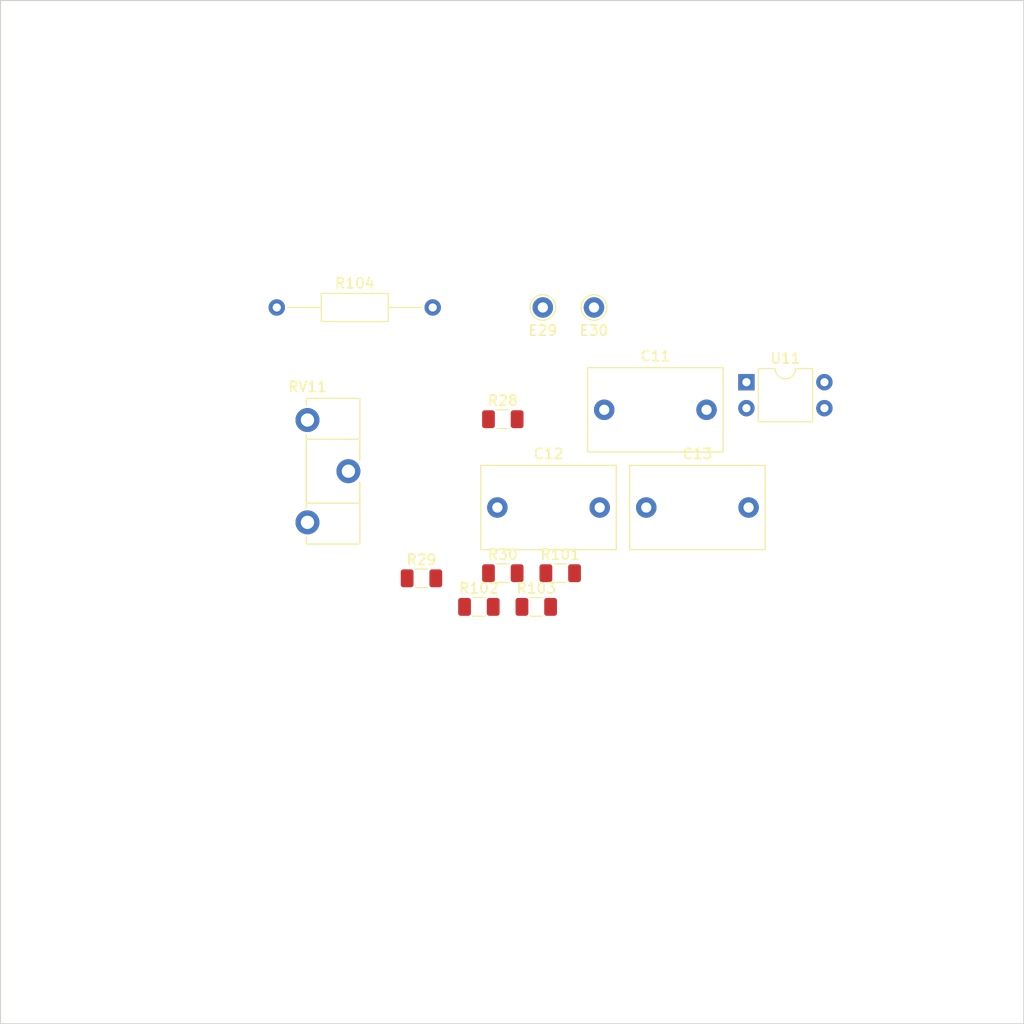
<source format=kicad_pcb>
(kicad_pcb (version 20171130) (host pcbnew "(5.1.5-0)")

  (general
    (thickness 1.6)
    (drawings 4)
    (tracks 0)
    (zones 0)
    (modules 14)
    (nets 14)
  )

  (page A4)
  (layers
    (0 F.Cu signal)
    (31 B.Cu signal)
    (32 B.Adhes user)
    (33 F.Adhes user)
    (34 B.Paste user)
    (35 F.Paste user)
    (36 B.SilkS user)
    (37 F.SilkS user)
    (38 B.Mask user)
    (39 F.Mask user)
    (40 Dwgs.User user)
    (41 Cmts.User user)
    (42 Eco1.User user)
    (43 Eco2.User user)
    (44 Edge.Cuts user)
    (45 Margin user)
    (46 B.CrtYd user)
    (47 F.CrtYd user)
    (48 B.Fab user)
    (49 F.Fab user hide)
  )

  (setup
    (last_trace_width 0.25)
    (trace_clearance 0.2)
    (zone_clearance 0.508)
    (zone_45_only no)
    (trace_min 0.2)
    (via_size 0.8)
    (via_drill 0.4)
    (via_min_size 0.4)
    (via_min_drill 0.3)
    (uvia_size 0.3)
    (uvia_drill 0.1)
    (uvias_allowed no)
    (uvia_min_size 0.2)
    (uvia_min_drill 0.1)
    (edge_width 0.1)
    (segment_width 0.2)
    (pcb_text_width 0.3)
    (pcb_text_size 1.5 1.5)
    (mod_edge_width 0.15)
    (mod_text_size 1 1)
    (mod_text_width 0.15)
    (pad_size 1.524 1.524)
    (pad_drill 0.762)
    (pad_to_mask_clearance 0)
    (aux_axis_origin 0 0)
    (visible_elements FFFFFF7F)
    (pcbplotparams
      (layerselection 0x010fc_ffffffff)
      (usegerberextensions false)
      (usegerberattributes false)
      (usegerberadvancedattributes false)
      (creategerberjobfile false)
      (excludeedgelayer true)
      (linewidth 0.100000)
      (plotframeref false)
      (viasonmask false)
      (mode 1)
      (useauxorigin false)
      (hpglpennumber 1)
      (hpglpenspeed 20)
      (hpglpendiameter 15.000000)
      (psnegative false)
      (psa4output false)
      (plotreference true)
      (plotvalue true)
      (plotinvisibletext false)
      (padsonsilk false)
      (subtractmaskfromsilk false)
      (outputformat 1)
      (mirror false)
      (drillshape 1)
      (scaleselection 1)
      (outputdirectory ""))
  )

  (net 0 "")
  (net 1 GND)
  (net 2 /Grid1)
  (net 3 /Grid3)
  (net 4 /ApertureGrid)
  (net 5 "Net-(E29-Pad1)")
  (net 6 DRIFTTUBE)
  (net 7 TRI-STATE)
  (net 8 "Net-(R28-Pad1)")
  (net 9 "Net-(R29-Pad1)")
  (net 10 "Net-(R101-Pad2)")
  (net 11 /Grid2)
  (net 12 "Net-(RV11-Pad2)")
  (net 13 "Net-(U11-Pad1)")

  (net_class Default "Ceci est la Netclass par défaut."
    (clearance 0.2)
    (trace_width 0.25)
    (via_dia 0.8)
    (via_drill 0.4)
    (uvia_dia 0.3)
    (uvia_drill 0.1)
    (add_net /ApertureGrid)
    (add_net /Grid1)
    (add_net /Grid2)
    (add_net /Grid3)
    (add_net DRIFTTUBE)
    (add_net GND)
    (add_net "Net-(E29-Pad1)")
    (add_net "Net-(R101-Pad2)")
    (add_net "Net-(R28-Pad1)")
    (add_net "Net-(R29-Pad1)")
    (add_net "Net-(RV11-Pad2)")
    (add_net "Net-(U11-Pad1)")
    (add_net TRI-STATE)
  )

  (module Package_DIP:DIP-4_W7.62mm (layer F.Cu) (tedit 5A02E8C5) (tstamp 5E66208A)
    (at 152.9 77.3)
    (descr "4-lead though-hole mounted DIP package, row spacing 7.62 mm (300 mils)")
    (tags "THT DIP DIL PDIP 2.54mm 7.62mm 300mil")
    (path /5E652B1B)
    (fp_text reference U11 (at 3.81 -2.33) (layer F.SilkS)
      (effects (font (size 1 1) (thickness 0.15)))
    )
    (fp_text value SFH617A-1 (at 3.81 4.87) (layer F.Fab)
      (effects (font (size 1 1) (thickness 0.15)))
    )
    (fp_text user %R (at 3.81 1.27) (layer F.Fab)
      (effects (font (size 1 1) (thickness 0.15)))
    )
    (fp_line (start 8.7 -1.55) (end -1.1 -1.55) (layer F.CrtYd) (width 0.05))
    (fp_line (start 8.7 4.1) (end 8.7 -1.55) (layer F.CrtYd) (width 0.05))
    (fp_line (start -1.1 4.1) (end 8.7 4.1) (layer F.CrtYd) (width 0.05))
    (fp_line (start -1.1 -1.55) (end -1.1 4.1) (layer F.CrtYd) (width 0.05))
    (fp_line (start 6.46 -1.33) (end 4.81 -1.33) (layer F.SilkS) (width 0.12))
    (fp_line (start 6.46 3.87) (end 6.46 -1.33) (layer F.SilkS) (width 0.12))
    (fp_line (start 1.16 3.87) (end 6.46 3.87) (layer F.SilkS) (width 0.12))
    (fp_line (start 1.16 -1.33) (end 1.16 3.87) (layer F.SilkS) (width 0.12))
    (fp_line (start 2.81 -1.33) (end 1.16 -1.33) (layer F.SilkS) (width 0.12))
    (fp_line (start 0.635 -0.27) (end 1.635 -1.27) (layer F.Fab) (width 0.1))
    (fp_line (start 0.635 3.81) (end 0.635 -0.27) (layer F.Fab) (width 0.1))
    (fp_line (start 6.985 3.81) (end 0.635 3.81) (layer F.Fab) (width 0.1))
    (fp_line (start 6.985 -1.27) (end 6.985 3.81) (layer F.Fab) (width 0.1))
    (fp_line (start 1.635 -1.27) (end 6.985 -1.27) (layer F.Fab) (width 0.1))
    (fp_arc (start 3.81 -1.33) (end 2.81 -1.33) (angle -180) (layer F.SilkS) (width 0.12))
    (pad 4 thru_hole oval (at 7.62 0) (size 1.6 1.6) (drill 0.8) (layers *.Cu *.Mask)
      (net 12 "Net-(RV11-Pad2)"))
    (pad 2 thru_hole oval (at 0 2.54) (size 1.6 1.6) (drill 0.8) (layers *.Cu *.Mask)
      (net 1 GND))
    (pad 3 thru_hole oval (at 7.62 2.54) (size 1.6 1.6) (drill 0.8) (layers *.Cu *.Mask)
      (net 11 /Grid2))
    (pad 1 thru_hole rect (at 0 0) (size 1.6 1.6) (drill 0.8) (layers *.Cu *.Mask)
      (net 13 "Net-(U11-Pad1)"))
    (model ${KISYS3DMOD}/Package_DIP.3dshapes/DIP-4_W7.62mm.wrl
      (at (xyz 0 0 0))
      (scale (xyz 1 1 1))
      (rotate (xyz 0 0 0))
    )
  )

  (module Potentiometer_THT:Potentiometer_ACP_CA14-H4_Horizontal (layer F.Cu) (tedit 5A3D4994) (tstamp 5E662072)
    (at 110 81)
    (descr "Potentiometer, horizontal, ACP CA14-H4, http://www.acptechnologies.com/wp-content/uploads/2017/10/03-ACP-CA14-CE14.pdf")
    (tags "Potentiometer horizontal ACP CA14-H4")
    (path /5E6EEFD6)
    (fp_text reference RV11 (at 0 -3.25) (layer F.SilkS)
      (effects (font (size 1 1) (thickness 0.15)))
    )
    (fp_text value 100M (at 0 13.25) (layer F.Fab)
      (effects (font (size 1 1) (thickness 0.15)))
    )
    (fp_text user %R (at 2.5 5) (layer F.Fab)
      (effects (font (size 1 1) (thickness 0.15)))
    )
    (fp_line (start 5.45 -2.25) (end -1.45 -2.25) (layer F.CrtYd) (width 0.05))
    (fp_line (start 5.45 12.25) (end 5.45 -2.25) (layer F.CrtYd) (width 0.05))
    (fp_line (start -1.45 12.25) (end 5.45 12.25) (layer F.CrtYd) (width 0.05))
    (fp_line (start -1.45 -2.25) (end -1.45 12.25) (layer F.CrtYd) (width 0.05))
    (fp_line (start 5.12 6.073) (end 5.12 8.121) (layer F.SilkS) (width 0.12))
    (fp_line (start 5.12 1.88) (end 5.12 3.928) (layer F.SilkS) (width 0.12))
    (fp_line (start -0.121 1.88) (end -0.121 8.121) (layer F.SilkS) (width 0.12))
    (fp_line (start -0.121 8.121) (end 5.12 8.121) (layer F.SilkS) (width 0.12))
    (fp_line (start -0.121 1.88) (end 5.12 1.88) (layer F.SilkS) (width 0.12))
    (fp_line (start -0.121 1.426) (end -0.121 8.575) (layer F.SilkS) (width 0.12))
    (fp_line (start -0.121 -2.12) (end -0.121 -1.426) (layer F.SilkS) (width 0.12))
    (fp_line (start -0.121 11.425) (end -0.121 12.12) (layer F.SilkS) (width 0.12))
    (fp_line (start 5.12 6.073) (end 5.12 12.12) (layer F.SilkS) (width 0.12))
    (fp_line (start 5.12 -2.12) (end 5.12 3.928) (layer F.SilkS) (width 0.12))
    (fp_line (start -0.121 12.12) (end 5.12 12.12) (layer F.SilkS) (width 0.12))
    (fp_line (start -0.121 -2.12) (end 5.12 -2.12) (layer F.SilkS) (width 0.12))
    (fp_line (start 5 2) (end 0 2) (layer F.Fab) (width 0.1))
    (fp_line (start 5 8) (end 5 2) (layer F.Fab) (width 0.1))
    (fp_line (start 0 8) (end 5 8) (layer F.Fab) (width 0.1))
    (fp_line (start 0 2) (end 0 8) (layer F.Fab) (width 0.1))
    (fp_line (start 0 -2) (end 5 -2) (layer F.Fab) (width 0.1))
    (fp_line (start 0 12) (end 0 -2) (layer F.Fab) (width 0.1))
    (fp_line (start 5 12) (end 0 12) (layer F.Fab) (width 0.1))
    (fp_line (start 5 -2) (end 5 12) (layer F.Fab) (width 0.1))
    (pad 1 thru_hole circle (at 0 0) (size 2.34 2.34) (drill 1.3) (layers *.Cu *.Mask)
      (net 9 "Net-(R29-Pad1)"))
    (pad 2 thru_hole circle (at 4 5) (size 2.34 2.34) (drill 1.3) (layers *.Cu *.Mask)
      (net 12 "Net-(RV11-Pad2)"))
    (pad 3 thru_hole circle (at 0 10) (size 2.34 2.34) (drill 1.3) (layers *.Cu *.Mask)
      (net 2 /Grid1))
    (model ${KISYS3DMOD}/Potentiometer_THT.3dshapes/Potentiometer_ACP_CA14-H4_Horizontal.wrl
      (at (xyz 0 0 0))
      (scale (xyz 1 1 1))
      (rotate (xyz 0 0 0))
    )
  )

  (module Resistor_THT:R_Axial_DIN0207_L6.3mm_D2.5mm_P15.24mm_Horizontal (layer F.Cu) (tedit 5AE5139B) (tstamp 5E662052)
    (at 107 70)
    (descr "Resistor, Axial_DIN0207 series, Axial, Horizontal, pin pitch=15.24mm, 0.25W = 1/4W, length*diameter=6.3*2.5mm^2, http://cdn-reichelt.de/documents/datenblatt/B400/1_4W%23YAG.pdf")
    (tags "Resistor Axial_DIN0207 series Axial Horizontal pin pitch 15.24mm 0.25W = 1/4W length 6.3mm diameter 2.5mm")
    (path /5E75A654)
    (fp_text reference R104 (at 7.62 -2.37) (layer F.SilkS)
      (effects (font (size 1 1) (thickness 0.15)))
    )
    (fp_text value 500K (at 7.62 2.37) (layer F.Fab)
      (effects (font (size 1 1) (thickness 0.15)))
    )
    (fp_text user %R (at 7.62 0) (layer F.Fab)
      (effects (font (size 1 1) (thickness 0.15)))
    )
    (fp_line (start 16.29 -1.5) (end -1.05 -1.5) (layer F.CrtYd) (width 0.05))
    (fp_line (start 16.29 1.5) (end 16.29 -1.5) (layer F.CrtYd) (width 0.05))
    (fp_line (start -1.05 1.5) (end 16.29 1.5) (layer F.CrtYd) (width 0.05))
    (fp_line (start -1.05 -1.5) (end -1.05 1.5) (layer F.CrtYd) (width 0.05))
    (fp_line (start 14.2 0) (end 10.89 0) (layer F.SilkS) (width 0.12))
    (fp_line (start 1.04 0) (end 4.35 0) (layer F.SilkS) (width 0.12))
    (fp_line (start 10.89 -1.37) (end 4.35 -1.37) (layer F.SilkS) (width 0.12))
    (fp_line (start 10.89 1.37) (end 10.89 -1.37) (layer F.SilkS) (width 0.12))
    (fp_line (start 4.35 1.37) (end 10.89 1.37) (layer F.SilkS) (width 0.12))
    (fp_line (start 4.35 -1.37) (end 4.35 1.37) (layer F.SilkS) (width 0.12))
    (fp_line (start 15.24 0) (end 10.77 0) (layer F.Fab) (width 0.1))
    (fp_line (start 0 0) (end 4.47 0) (layer F.Fab) (width 0.1))
    (fp_line (start 10.77 -1.25) (end 4.47 -1.25) (layer F.Fab) (width 0.1))
    (fp_line (start 10.77 1.25) (end 10.77 -1.25) (layer F.Fab) (width 0.1))
    (fp_line (start 4.47 1.25) (end 10.77 1.25) (layer F.Fab) (width 0.1))
    (fp_line (start 4.47 -1.25) (end 4.47 1.25) (layer F.Fab) (width 0.1))
    (pad 2 thru_hole oval (at 15.24 0) (size 1.6 1.6) (drill 0.8) (layers *.Cu *.Mask)
      (net 1 GND))
    (pad 1 thru_hole circle (at 0 0) (size 1.6 1.6) (drill 0.8) (layers *.Cu *.Mask)
      (net 4 /ApertureGrid))
    (model ${KISYS3DMOD}/Resistor_THT.3dshapes/R_Axial_DIN0207_L6.3mm_D2.5mm_P15.24mm_Horizontal.wrl
      (at (xyz 0 0 0))
      (scale (xyz 1 1 1))
      (rotate (xyz 0 0 0))
    )
  )

  (module Resistor_SMD:R_1206_3216Metric (layer F.Cu) (tedit 5B301BBD) (tstamp 5E66203B)
    (at 132.36 99.26)
    (descr "Resistor SMD 1206 (3216 Metric), square (rectangular) end terminal, IPC_7351 nominal, (Body size source: http://www.tortai-tech.com/upload/download/2011102023233369053.pdf), generated with kicad-footprint-generator")
    (tags resistor)
    (path /5E5CFF76)
    (attr smd)
    (fp_text reference R103 (at 0 -1.82) (layer F.SilkS)
      (effects (font (size 1 1) (thickness 0.15)))
    )
    (fp_text value 1.5M (at 0 1.82) (layer F.Fab)
      (effects (font (size 1 1) (thickness 0.15)))
    )
    (fp_text user %R (at 0 0) (layer F.Fab)
      (effects (font (size 0.8 0.8) (thickness 0.12)))
    )
    (fp_line (start 2.28 1.12) (end -2.28 1.12) (layer F.CrtYd) (width 0.05))
    (fp_line (start 2.28 -1.12) (end 2.28 1.12) (layer F.CrtYd) (width 0.05))
    (fp_line (start -2.28 -1.12) (end 2.28 -1.12) (layer F.CrtYd) (width 0.05))
    (fp_line (start -2.28 1.12) (end -2.28 -1.12) (layer F.CrtYd) (width 0.05))
    (fp_line (start -0.602064 0.91) (end 0.602064 0.91) (layer F.SilkS) (width 0.12))
    (fp_line (start -0.602064 -0.91) (end 0.602064 -0.91) (layer F.SilkS) (width 0.12))
    (fp_line (start 1.6 0.8) (end -1.6 0.8) (layer F.Fab) (width 0.1))
    (fp_line (start 1.6 -0.8) (end 1.6 0.8) (layer F.Fab) (width 0.1))
    (fp_line (start -1.6 -0.8) (end 1.6 -0.8) (layer F.Fab) (width 0.1))
    (fp_line (start -1.6 0.8) (end -1.6 -0.8) (layer F.Fab) (width 0.1))
    (pad 2 smd roundrect (at 1.4 0) (size 1.25 1.75) (layers F.Cu F.Paste F.Mask) (roundrect_rratio 0.2)
      (net 3 /Grid3))
    (pad 1 smd roundrect (at -1.4 0) (size 1.25 1.75) (layers F.Cu F.Paste F.Mask) (roundrect_rratio 0.2)
      (net 10 "Net-(R101-Pad2)"))
    (model ${KISYS3DMOD}/Resistor_SMD.3dshapes/R_1206_3216Metric.wrl
      (at (xyz 0 0 0))
      (scale (xyz 1 1 1))
      (rotate (xyz 0 0 0))
    )
  )

  (module Resistor_SMD:R_1206_3216Metric (layer F.Cu) (tedit 5B301BBD) (tstamp 5E66202A)
    (at 126.75 99.26)
    (descr "Resistor SMD 1206 (3216 Metric), square (rectangular) end terminal, IPC_7351 nominal, (Body size source: http://www.tortai-tech.com/upload/download/2011102023233369053.pdf), generated with kicad-footprint-generator")
    (tags resistor)
    (path /5E66ED4D)
    (attr smd)
    (fp_text reference R102 (at 0 -1.82) (layer F.SilkS)
      (effects (font (size 1 1) (thickness 0.15)))
    )
    (fp_text value 100M (at 0 1.82) (layer F.Fab)
      (effects (font (size 1 1) (thickness 0.15)))
    )
    (fp_text user %R (at 0 0) (layer F.Fab)
      (effects (font (size 0.8 0.8) (thickness 0.12)))
    )
    (fp_line (start 2.28 1.12) (end -2.28 1.12) (layer F.CrtYd) (width 0.05))
    (fp_line (start 2.28 -1.12) (end 2.28 1.12) (layer F.CrtYd) (width 0.05))
    (fp_line (start -2.28 -1.12) (end 2.28 -1.12) (layer F.CrtYd) (width 0.05))
    (fp_line (start -2.28 1.12) (end -2.28 -1.12) (layer F.CrtYd) (width 0.05))
    (fp_line (start -0.602064 0.91) (end 0.602064 0.91) (layer F.SilkS) (width 0.12))
    (fp_line (start -0.602064 -0.91) (end 0.602064 -0.91) (layer F.SilkS) (width 0.12))
    (fp_line (start 1.6 0.8) (end -1.6 0.8) (layer F.Fab) (width 0.1))
    (fp_line (start 1.6 -0.8) (end 1.6 0.8) (layer F.Fab) (width 0.1))
    (fp_line (start -1.6 -0.8) (end 1.6 -0.8) (layer F.Fab) (width 0.1))
    (fp_line (start -1.6 0.8) (end -1.6 -0.8) (layer F.Fab) (width 0.1))
    (pad 2 smd roundrect (at 1.4 0) (size 1.25 1.75) (layers F.Cu F.Paste F.Mask) (roundrect_rratio 0.2)
      (net 11 /Grid2))
    (pad 1 smd roundrect (at -1.4 0) (size 1.25 1.75) (layers F.Cu F.Paste F.Mask) (roundrect_rratio 0.2)
      (net 10 "Net-(R101-Pad2)"))
    (model ${KISYS3DMOD}/Resistor_SMD.3dshapes/R_1206_3216Metric.wrl
      (at (xyz 0 0 0))
      (scale (xyz 1 1 1))
      (rotate (xyz 0 0 0))
    )
  )

  (module Resistor_SMD:R_1206_3216Metric (layer F.Cu) (tedit 5B301BBD) (tstamp 5E662019)
    (at 134.7 95.97)
    (descr "Resistor SMD 1206 (3216 Metric), square (rectangular) end terminal, IPC_7351 nominal, (Body size source: http://www.tortai-tech.com/upload/download/2011102023233369053.pdf), generated with kicad-footprint-generator")
    (tags resistor)
    (path /5EAAC19A)
    (attr smd)
    (fp_text reference R101 (at 0 -1.82) (layer F.SilkS)
      (effects (font (size 1 1) (thickness 0.15)))
    )
    (fp_text value 1.5M (at 0 1.82) (layer F.Fab)
      (effects (font (size 1 1) (thickness 0.15)))
    )
    (fp_text user %R (at 0 0) (layer F.Fab)
      (effects (font (size 0.8 0.8) (thickness 0.12)))
    )
    (fp_line (start 2.28 1.12) (end -2.28 1.12) (layer F.CrtYd) (width 0.05))
    (fp_line (start 2.28 -1.12) (end 2.28 1.12) (layer F.CrtYd) (width 0.05))
    (fp_line (start -2.28 -1.12) (end 2.28 -1.12) (layer F.CrtYd) (width 0.05))
    (fp_line (start -2.28 1.12) (end -2.28 -1.12) (layer F.CrtYd) (width 0.05))
    (fp_line (start -0.602064 0.91) (end 0.602064 0.91) (layer F.SilkS) (width 0.12))
    (fp_line (start -0.602064 -0.91) (end 0.602064 -0.91) (layer F.SilkS) (width 0.12))
    (fp_line (start 1.6 0.8) (end -1.6 0.8) (layer F.Fab) (width 0.1))
    (fp_line (start 1.6 -0.8) (end 1.6 0.8) (layer F.Fab) (width 0.1))
    (fp_line (start -1.6 -0.8) (end 1.6 -0.8) (layer F.Fab) (width 0.1))
    (fp_line (start -1.6 0.8) (end -1.6 -0.8) (layer F.Fab) (width 0.1))
    (pad 2 smd roundrect (at 1.4 0) (size 1.25 1.75) (layers F.Cu F.Paste F.Mask) (roundrect_rratio 0.2)
      (net 10 "Net-(R101-Pad2)"))
    (pad 1 smd roundrect (at -1.4 0) (size 1.25 1.75) (layers F.Cu F.Paste F.Mask) (roundrect_rratio 0.2)
      (net 2 /Grid1))
    (model ${KISYS3DMOD}/Resistor_SMD.3dshapes/R_1206_3216Metric.wrl
      (at (xyz 0 0 0))
      (scale (xyz 1 1 1))
      (rotate (xyz 0 0 0))
    )
  )

  (module Resistor_SMD:R_1206_3216Metric (layer F.Cu) (tedit 5B301BBD) (tstamp 5E662008)
    (at 129.09 95.97)
    (descr "Resistor SMD 1206 (3216 Metric), square (rectangular) end terminal, IPC_7351 nominal, (Body size source: http://www.tortai-tech.com/upload/download/2011102023233369053.pdf), generated with kicad-footprint-generator")
    (tags resistor)
    (path /5E6A649D)
    (attr smd)
    (fp_text reference R30 (at 0 -1.82) (layer F.SilkS)
      (effects (font (size 1 1) (thickness 0.15)))
    )
    (fp_text value 10M (at 0 1.82) (layer F.Fab)
      (effects (font (size 1 1) (thickness 0.15)))
    )
    (fp_text user %R (at 0 0) (layer F.Fab)
      (effects (font (size 0.8 0.8) (thickness 0.12)))
    )
    (fp_line (start 2.28 1.12) (end -2.28 1.12) (layer F.CrtYd) (width 0.05))
    (fp_line (start 2.28 -1.12) (end 2.28 1.12) (layer F.CrtYd) (width 0.05))
    (fp_line (start -2.28 -1.12) (end 2.28 -1.12) (layer F.CrtYd) (width 0.05))
    (fp_line (start -2.28 1.12) (end -2.28 -1.12) (layer F.CrtYd) (width 0.05))
    (fp_line (start -0.602064 0.91) (end 0.602064 0.91) (layer F.SilkS) (width 0.12))
    (fp_line (start -0.602064 -0.91) (end 0.602064 -0.91) (layer F.SilkS) (width 0.12))
    (fp_line (start 1.6 0.8) (end -1.6 0.8) (layer F.Fab) (width 0.1))
    (fp_line (start 1.6 -0.8) (end 1.6 0.8) (layer F.Fab) (width 0.1))
    (fp_line (start -1.6 -0.8) (end 1.6 -0.8) (layer F.Fab) (width 0.1))
    (fp_line (start -1.6 0.8) (end -1.6 -0.8) (layer F.Fab) (width 0.1))
    (pad 2 smd roundrect (at 1.4 0) (size 1.25 1.75) (layers F.Cu F.Paste F.Mask) (roundrect_rratio 0.2)
      (net 3 /Grid3))
    (pad 1 smd roundrect (at -1.4 0) (size 1.25 1.75) (layers F.Cu F.Paste F.Mask) (roundrect_rratio 0.2)
      (net 6 DRIFTTUBE))
    (model ${KISYS3DMOD}/Resistor_SMD.3dshapes/R_1206_3216Metric.wrl
      (at (xyz 0 0 0))
      (scale (xyz 1 1 1))
      (rotate (xyz 0 0 0))
    )
  )

  (module Resistor_SMD:R_1206_3216Metric (layer F.Cu) (tedit 5B301BBD) (tstamp 5E661FF7)
    (at 121.14 96.47)
    (descr "Resistor SMD 1206 (3216 Metric), square (rectangular) end terminal, IPC_7351 nominal, (Body size source: http://www.tortai-tech.com/upload/download/2011102023233369053.pdf), generated with kicad-footprint-generator")
    (tags resistor)
    (path /5E6A197B)
    (attr smd)
    (fp_text reference R29 (at 0 -1.82) (layer F.SilkS)
      (effects (font (size 1 1) (thickness 0.15)))
    )
    (fp_text value 10M (at 0 1.82) (layer F.Fab)
      (effects (font (size 1 1) (thickness 0.15)))
    )
    (fp_text user %R (at 0 0) (layer F.Fab)
      (effects (font (size 0.8 0.8) (thickness 0.12)))
    )
    (fp_line (start 2.28 1.12) (end -2.28 1.12) (layer F.CrtYd) (width 0.05))
    (fp_line (start 2.28 -1.12) (end 2.28 1.12) (layer F.CrtYd) (width 0.05))
    (fp_line (start -2.28 -1.12) (end 2.28 -1.12) (layer F.CrtYd) (width 0.05))
    (fp_line (start -2.28 1.12) (end -2.28 -1.12) (layer F.CrtYd) (width 0.05))
    (fp_line (start -0.602064 0.91) (end 0.602064 0.91) (layer F.SilkS) (width 0.12))
    (fp_line (start -0.602064 -0.91) (end 0.602064 -0.91) (layer F.SilkS) (width 0.12))
    (fp_line (start 1.6 0.8) (end -1.6 0.8) (layer F.Fab) (width 0.1))
    (fp_line (start 1.6 -0.8) (end 1.6 0.8) (layer F.Fab) (width 0.1))
    (fp_line (start -1.6 -0.8) (end 1.6 -0.8) (layer F.Fab) (width 0.1))
    (fp_line (start -1.6 0.8) (end -1.6 -0.8) (layer F.Fab) (width 0.1))
    (pad 2 smd roundrect (at 1.4 0) (size 1.25 1.75) (layers F.Cu F.Paste F.Mask) (roundrect_rratio 0.2)
      (net 8 "Net-(R28-Pad1)"))
    (pad 1 smd roundrect (at -1.4 0) (size 1.25 1.75) (layers F.Cu F.Paste F.Mask) (roundrect_rratio 0.2)
      (net 9 "Net-(R29-Pad1)"))
    (model ${KISYS3DMOD}/Resistor_SMD.3dshapes/R_1206_3216Metric.wrl
      (at (xyz 0 0 0))
      (scale (xyz 1 1 1))
      (rotate (xyz 0 0 0))
    )
  )

  (module Resistor_SMD:R_1206_3216Metric (layer F.Cu) (tedit 5B301BBD) (tstamp 5E661FE6)
    (at 129.09 80.92)
    (descr "Resistor SMD 1206 (3216 Metric), square (rectangular) end terminal, IPC_7351 nominal, (Body size source: http://www.tortai-tech.com/upload/download/2011102023233369053.pdf), generated with kicad-footprint-generator")
    (tags resistor)
    (path /5E6A0CFA)
    (attr smd)
    (fp_text reference R28 (at 0 -1.82) (layer F.SilkS)
      (effects (font (size 1 1) (thickness 0.15)))
    )
    (fp_text value 10M (at 0 1.82) (layer F.Fab)
      (effects (font (size 1 1) (thickness 0.15)))
    )
    (fp_text user %R (at 0 0) (layer F.Fab)
      (effects (font (size 0.8 0.8) (thickness 0.12)))
    )
    (fp_line (start 2.28 1.12) (end -2.28 1.12) (layer F.CrtYd) (width 0.05))
    (fp_line (start 2.28 -1.12) (end 2.28 1.12) (layer F.CrtYd) (width 0.05))
    (fp_line (start -2.28 -1.12) (end 2.28 -1.12) (layer F.CrtYd) (width 0.05))
    (fp_line (start -2.28 1.12) (end -2.28 -1.12) (layer F.CrtYd) (width 0.05))
    (fp_line (start -0.602064 0.91) (end 0.602064 0.91) (layer F.SilkS) (width 0.12))
    (fp_line (start -0.602064 -0.91) (end 0.602064 -0.91) (layer F.SilkS) (width 0.12))
    (fp_line (start 1.6 0.8) (end -1.6 0.8) (layer F.Fab) (width 0.1))
    (fp_line (start 1.6 -0.8) (end 1.6 0.8) (layer F.Fab) (width 0.1))
    (fp_line (start -1.6 -0.8) (end 1.6 -0.8) (layer F.Fab) (width 0.1))
    (fp_line (start -1.6 0.8) (end -1.6 -0.8) (layer F.Fab) (width 0.1))
    (pad 2 smd roundrect (at 1.4 0) (size 1.25 1.75) (layers F.Cu F.Paste F.Mask) (roundrect_rratio 0.2)
      (net 7 TRI-STATE))
    (pad 1 smd roundrect (at -1.4 0) (size 1.25 1.75) (layers F.Cu F.Paste F.Mask) (roundrect_rratio 0.2)
      (net 8 "Net-(R28-Pad1)"))
    (model ${KISYS3DMOD}/Resistor_SMD.3dshapes/R_1206_3216Metric.wrl
      (at (xyz 0 0 0))
      (scale (xyz 1 1 1))
      (rotate (xyz 0 0 0))
    )
  )

  (module Connector_Pin:Pin_D1.0mm_L10.0mm (layer F.Cu) (tedit 5A1DC084) (tstamp 5E661FD5)
    (at 138 70)
    (descr "solder Pin_ diameter 1.0mm, hole diameter 1.0mm (press fit), length 10.0mm")
    (tags "solder Pin_ press fit")
    (path /5E6A87F4)
    (fp_text reference E30 (at 0 2.25) (layer F.SilkS)
      (effects (font (size 1 1) (thickness 0.15)))
    )
    (fp_text value Electrode (at 0 -2.05) (layer F.Fab)
      (effects (font (size 1 1) (thickness 0.15)))
    )
    (fp_circle (center 0 0) (end 1.25 0.05) (layer F.SilkS) (width 0.12))
    (fp_circle (center 0 0) (end 1 0) (layer F.Fab) (width 0.12))
    (fp_circle (center 0 0) (end 0.5 0) (layer F.Fab) (width 0.12))
    (fp_circle (center 0 0) (end 1.5 0) (layer F.CrtYd) (width 0.05))
    (fp_text user %R (at 0 2.25) (layer F.Fab)
      (effects (font (size 1 1) (thickness 0.15)))
    )
    (pad 1 thru_hole circle (at 0 0) (size 2 2) (drill 1) (layers *.Cu *.Mask)
      (net 6 DRIFTTUBE))
    (model ${KISYS3DMOD}/Connector_Pin.3dshapes/Pin_D1.0mm_L10.0mm.wrl
      (at (xyz 0 0 0))
      (scale (xyz 1 1 1))
      (rotate (xyz 0 0 0))
    )
  )

  (module Connector_Pin:Pin_D1.0mm_L10.0mm (layer F.Cu) (tedit 5A1DC084) (tstamp 5E661FCB)
    (at 133 70)
    (descr "solder Pin_ diameter 1.0mm, hole diameter 1.0mm (press fit), length 10.0mm")
    (tags "solder Pin_ press fit")
    (path /5E6A298B)
    (fp_text reference E29 (at 0 2.25) (layer F.SilkS)
      (effects (font (size 1 1) (thickness 0.15)))
    )
    (fp_text value Electrode (at 0 -2.05) (layer F.Fab)
      (effects (font (size 1 1) (thickness 0.15)))
    )
    (fp_circle (center 0 0) (end 1.25 0.05) (layer F.SilkS) (width 0.12))
    (fp_circle (center 0 0) (end 1 0) (layer F.Fab) (width 0.12))
    (fp_circle (center 0 0) (end 0.5 0) (layer F.Fab) (width 0.12))
    (fp_circle (center 0 0) (end 1.5 0) (layer F.CrtYd) (width 0.05))
    (fp_text user %R (at 0 2.25) (layer F.Fab)
      (effects (font (size 1 1) (thickness 0.15)))
    )
    (pad 1 thru_hole circle (at 0 0) (size 2 2) (drill 1) (layers *.Cu *.Mask)
      (net 5 "Net-(E29-Pad1)"))
    (model ${KISYS3DMOD}/Connector_Pin.3dshapes/Pin_D1.0mm_L10.0mm.wrl
      (at (xyz 0 0 0))
      (scale (xyz 1 1 1))
      (rotate (xyz 0 0 0))
    )
  )

  (module Capacitor_THT:C_Rect_L13.0mm_W8.0mm_P10.00mm_FKS3_FKP3_MKS4 (layer F.Cu) (tedit 5AE50EF0) (tstamp 5E661FC1)
    (at 143.11 89.55)
    (descr "C, Rect series, Radial, pin pitch=10.00mm, , length*width=13*8mm^2, Capacitor, http://www.wima.com/EN/WIMA_FKS_3.pdf, http://www.wima.com/EN/WIMA_MKS_4.pdf")
    (tags "C Rect series Radial pin pitch 10.00mm  length 13mm width 8mm Capacitor")
    (path /5E760172)
    (fp_text reference C13 (at 5 -5.25) (layer F.SilkS)
      (effects (font (size 1 1) (thickness 0.15)))
    )
    (fp_text value "4700pF 10kV" (at 5 5.25) (layer F.Fab)
      (effects (font (size 1 1) (thickness 0.15)))
    )
    (fp_text user %R (at 5 0) (layer F.Fab)
      (effects (font (size 1 1) (thickness 0.15)))
    )
    (fp_line (start 11.75 -4.25) (end -1.75 -4.25) (layer F.CrtYd) (width 0.05))
    (fp_line (start 11.75 4.25) (end 11.75 -4.25) (layer F.CrtYd) (width 0.05))
    (fp_line (start -1.75 4.25) (end 11.75 4.25) (layer F.CrtYd) (width 0.05))
    (fp_line (start -1.75 -4.25) (end -1.75 4.25) (layer F.CrtYd) (width 0.05))
    (fp_line (start 11.62 -4.12) (end 11.62 4.12) (layer F.SilkS) (width 0.12))
    (fp_line (start -1.62 -4.12) (end -1.62 4.12) (layer F.SilkS) (width 0.12))
    (fp_line (start -1.62 4.12) (end 11.62 4.12) (layer F.SilkS) (width 0.12))
    (fp_line (start -1.62 -4.12) (end 11.62 -4.12) (layer F.SilkS) (width 0.12))
    (fp_line (start 11.5 -4) (end -1.5 -4) (layer F.Fab) (width 0.1))
    (fp_line (start 11.5 4) (end 11.5 -4) (layer F.Fab) (width 0.1))
    (fp_line (start -1.5 4) (end 11.5 4) (layer F.Fab) (width 0.1))
    (fp_line (start -1.5 -4) (end -1.5 4) (layer F.Fab) (width 0.1))
    (pad 2 thru_hole circle (at 10 0) (size 2 2) (drill 1) (layers *.Cu *.Mask)
      (net 1 GND))
    (pad 1 thru_hole circle (at 0 0) (size 2 2) (drill 1) (layers *.Cu *.Mask)
      (net 4 /ApertureGrid))
    (model ${KISYS3DMOD}/Capacitor_THT.3dshapes/C_Rect_L13.0mm_W8.0mm_P10.00mm_FKS3_FKP3_MKS4.wrl
      (at (xyz 0 0 0))
      (scale (xyz 1 1 1))
      (rotate (xyz 0 0 0))
    )
  )

  (module Capacitor_THT:C_Rect_L13.0mm_W8.0mm_P10.00mm_FKS3_FKP3_MKS4 (layer F.Cu) (tedit 5AE50EF0) (tstamp 5E661FAE)
    (at 128.56 89.55)
    (descr "C, Rect series, Radial, pin pitch=10.00mm, , length*width=13*8mm^2, Capacitor, http://www.wima.com/EN/WIMA_FKS_3.pdf, http://www.wima.com/EN/WIMA_MKS_4.pdf")
    (tags "C Rect series Radial pin pitch 10.00mm  length 13mm width 8mm Capacitor")
    (path /5EA2712D)
    (fp_text reference C12 (at 5 -5.25) (layer F.SilkS)
      (effects (font (size 1 1) (thickness 0.15)))
    )
    (fp_text value "4700pF 10kV" (at 5 5.25) (layer F.Fab)
      (effects (font (size 1 1) (thickness 0.15)))
    )
    (fp_text user %R (at 5 0) (layer F.Fab)
      (effects (font (size 1 1) (thickness 0.15)))
    )
    (fp_line (start 11.75 -4.25) (end -1.75 -4.25) (layer F.CrtYd) (width 0.05))
    (fp_line (start 11.75 4.25) (end 11.75 -4.25) (layer F.CrtYd) (width 0.05))
    (fp_line (start -1.75 4.25) (end 11.75 4.25) (layer F.CrtYd) (width 0.05))
    (fp_line (start -1.75 -4.25) (end -1.75 4.25) (layer F.CrtYd) (width 0.05))
    (fp_line (start 11.62 -4.12) (end 11.62 4.12) (layer F.SilkS) (width 0.12))
    (fp_line (start -1.62 -4.12) (end -1.62 4.12) (layer F.SilkS) (width 0.12))
    (fp_line (start -1.62 4.12) (end 11.62 4.12) (layer F.SilkS) (width 0.12))
    (fp_line (start -1.62 -4.12) (end 11.62 -4.12) (layer F.SilkS) (width 0.12))
    (fp_line (start 11.5 -4) (end -1.5 -4) (layer F.Fab) (width 0.1))
    (fp_line (start 11.5 4) (end 11.5 -4) (layer F.Fab) (width 0.1))
    (fp_line (start -1.5 4) (end 11.5 4) (layer F.Fab) (width 0.1))
    (fp_line (start -1.5 -4) (end -1.5 4) (layer F.Fab) (width 0.1))
    (pad 2 thru_hole circle (at 10 0) (size 2 2) (drill 1) (layers *.Cu *.Mask)
      (net 1 GND))
    (pad 1 thru_hole circle (at 0 0) (size 2 2) (drill 1) (layers *.Cu *.Mask)
      (net 3 /Grid3))
    (model ${KISYS3DMOD}/Capacitor_THT.3dshapes/C_Rect_L13.0mm_W8.0mm_P10.00mm_FKS3_FKP3_MKS4.wrl
      (at (xyz 0 0 0))
      (scale (xyz 1 1 1))
      (rotate (xyz 0 0 0))
    )
  )

  (module Capacitor_THT:C_Rect_L13.0mm_W8.0mm_P10.00mm_FKS3_FKP3_MKS4 (layer F.Cu) (tedit 5AE50EF0) (tstamp 5E661F9B)
    (at 139 80)
    (descr "C, Rect series, Radial, pin pitch=10.00mm, , length*width=13*8mm^2, Capacitor, http://www.wima.com/EN/WIMA_FKS_3.pdf, http://www.wima.com/EN/WIMA_MKS_4.pdf")
    (tags "C Rect series Radial pin pitch 10.00mm  length 13mm width 8mm Capacitor")
    (path /5EA25A25)
    (fp_text reference C11 (at 5 -5.25) (layer F.SilkS)
      (effects (font (size 1 1) (thickness 0.15)))
    )
    (fp_text value "4700pF 10kV" (at 5 5.25) (layer F.Fab)
      (effects (font (size 1 1) (thickness 0.15)))
    )
    (fp_text user %R (at 5 0) (layer F.Fab)
      (effects (font (size 1 1) (thickness 0.15)))
    )
    (fp_line (start 11.75 -4.25) (end -1.75 -4.25) (layer F.CrtYd) (width 0.05))
    (fp_line (start 11.75 4.25) (end 11.75 -4.25) (layer F.CrtYd) (width 0.05))
    (fp_line (start -1.75 4.25) (end 11.75 4.25) (layer F.CrtYd) (width 0.05))
    (fp_line (start -1.75 -4.25) (end -1.75 4.25) (layer F.CrtYd) (width 0.05))
    (fp_line (start 11.62 -4.12) (end 11.62 4.12) (layer F.SilkS) (width 0.12))
    (fp_line (start -1.62 -4.12) (end -1.62 4.12) (layer F.SilkS) (width 0.12))
    (fp_line (start -1.62 4.12) (end 11.62 4.12) (layer F.SilkS) (width 0.12))
    (fp_line (start -1.62 -4.12) (end 11.62 -4.12) (layer F.SilkS) (width 0.12))
    (fp_line (start 11.5 -4) (end -1.5 -4) (layer F.Fab) (width 0.1))
    (fp_line (start 11.5 4) (end 11.5 -4) (layer F.Fab) (width 0.1))
    (fp_line (start -1.5 4) (end 11.5 4) (layer F.Fab) (width 0.1))
    (fp_line (start -1.5 -4) (end -1.5 4) (layer F.Fab) (width 0.1))
    (pad 2 thru_hole circle (at 10 0) (size 2 2) (drill 1) (layers *.Cu *.Mask)
      (net 1 GND))
    (pad 1 thru_hole circle (at 0 0) (size 2 2) (drill 1) (layers *.Cu *.Mask)
      (net 2 /Grid1))
    (model ${KISYS3DMOD}/Capacitor_THT.3dshapes/C_Rect_L13.0mm_W8.0mm_P10.00mm_FKS3_FKP3_MKS4.wrl
      (at (xyz 0 0 0))
      (scale (xyz 1 1 1))
      (rotate (xyz 0 0 0))
    )
  )

  (gr_line (start 180 40) (end 80 40) (layer Edge.Cuts) (width 0.1) (tstamp 5E661DA0))
  (gr_line (start 180 140) (end 180 40) (layer Edge.Cuts) (width 0.1))
  (gr_line (start 80 140) (end 180 140) (layer Edge.Cuts) (width 0.1))
  (gr_line (start 80 40) (end 80 140) (layer Edge.Cuts) (width 0.1))

)

</source>
